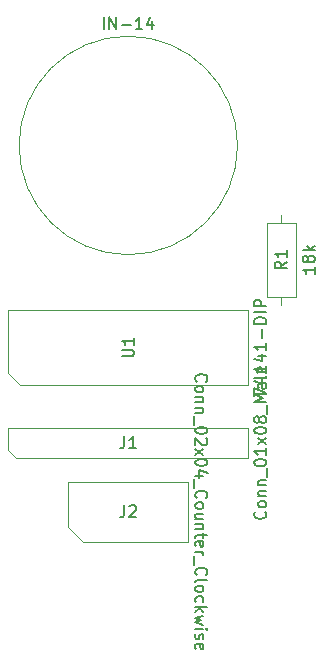
<source format=gbr>
%TF.GenerationSoftware,KiCad,Pcbnew,5.1.6-c6e7f7d~87~ubuntu20.04.1*%
%TF.CreationDate,2020-09-12T14:26:48-04:00*%
%TF.ProjectId,IN-14_Daughter,494e2d31-345f-4446-9175-67687465722e,rev?*%
%TF.SameCoordinates,Original*%
%TF.FileFunction,Other,Fab,Top*%
%FSLAX46Y46*%
G04 Gerber Fmt 4.6, Leading zero omitted, Abs format (unit mm)*
G04 Created by KiCad (PCBNEW 5.1.6-c6e7f7d~87~ubuntu20.04.1) date 2020-09-12 14:26:48*
%MOMM*%
%LPD*%
G01*
G04 APERTURE LIST*
%ADD10C,0.100000*%
%ADD11C,0.150000*%
G04 APERTURE END LIST*
D10*
%TO.C,N1*%
X164444000Y-60172600D02*
G75*
G03*
X164444000Y-60172600I-9250000J0D01*
G01*
%TO.C,U1*%
X145034000Y-79441800D02*
X145034000Y-74091800D01*
X145034000Y-74091800D02*
X165354000Y-74091800D01*
X165354000Y-74091800D02*
X165354000Y-80441800D01*
X165354000Y-80441800D02*
X146034000Y-80441800D01*
X146034000Y-80441800D02*
X145034000Y-79441800D01*
%TO.C,J1*%
X145669000Y-86614000D02*
X145034000Y-85979000D01*
X165354000Y-86614000D02*
X145669000Y-86614000D01*
X165354000Y-84074000D02*
X165354000Y-86614000D01*
X145034000Y-84074000D02*
X165354000Y-84074000D01*
X145034000Y-85979000D02*
X145034000Y-84074000D01*
%TO.C,J2*%
X151384000Y-93726000D02*
X150114000Y-92456000D01*
X160274000Y-93726000D02*
X151384000Y-93726000D01*
X160274000Y-88646000D02*
X160274000Y-93726000D01*
X150114000Y-88646000D02*
X160274000Y-88646000D01*
X150114000Y-92456000D02*
X150114000Y-88646000D01*
%TO.C,R1*%
X168148000Y-66040000D02*
X168148000Y-66700000D01*
X168148000Y-73660000D02*
X168148000Y-73000000D01*
X166898000Y-66700000D02*
X166898000Y-73000000D01*
X169398000Y-66700000D02*
X166898000Y-66700000D01*
X169398000Y-73000000D02*
X169398000Y-66700000D01*
X166898000Y-73000000D02*
X169398000Y-73000000D01*
%TD*%
%TO.C,N1*%
D11*
X153098761Y-50329980D02*
X153098761Y-49329980D01*
X153574952Y-50329980D02*
X153574952Y-49329980D01*
X154146380Y-50329980D01*
X154146380Y-49329980D01*
X154622571Y-49949028D02*
X155384476Y-49949028D01*
X156384476Y-50329980D02*
X155813047Y-50329980D01*
X156098761Y-50329980D02*
X156098761Y-49329980D01*
X156003523Y-49472838D01*
X155908285Y-49568076D01*
X155813047Y-49615695D01*
X157241619Y-49663314D02*
X157241619Y-50329980D01*
X157003523Y-49282361D02*
X156765428Y-49996647D01*
X157384476Y-49996647D01*
%TO.C,U1*%
X165866380Y-81362038D02*
X165866380Y-80695371D01*
X166866380Y-81123942D01*
X166199714Y-79885847D02*
X166866380Y-79885847D01*
X165818761Y-80123942D02*
X166533047Y-80362038D01*
X166533047Y-79742990D01*
X166866380Y-78838228D02*
X166866380Y-79409657D01*
X166866380Y-79123942D02*
X165866380Y-79123942D01*
X166009238Y-79219180D01*
X166104476Y-79314419D01*
X166152095Y-79409657D01*
X166199714Y-77981085D02*
X166866380Y-77981085D01*
X165818761Y-78219180D02*
X166533047Y-78457276D01*
X166533047Y-77838228D01*
X166866380Y-76933466D02*
X166866380Y-77504895D01*
X166866380Y-77219180D02*
X165866380Y-77219180D01*
X166009238Y-77314419D01*
X166104476Y-77409657D01*
X166152095Y-77504895D01*
X166485428Y-76504895D02*
X166485428Y-75742990D01*
X166866380Y-75266800D02*
X165866380Y-75266800D01*
X165866380Y-75028704D01*
X165914000Y-74885847D01*
X166009238Y-74790609D01*
X166104476Y-74742990D01*
X166294952Y-74695371D01*
X166437809Y-74695371D01*
X166628285Y-74742990D01*
X166723523Y-74790609D01*
X166818761Y-74885847D01*
X166866380Y-75028704D01*
X166866380Y-75266800D01*
X166866380Y-74266800D02*
X165866380Y-74266800D01*
X166866380Y-73790609D02*
X165866380Y-73790609D01*
X165866380Y-73409657D01*
X165914000Y-73314419D01*
X165961619Y-73266800D01*
X166056857Y-73219180D01*
X166199714Y-73219180D01*
X166294952Y-73266800D01*
X166342571Y-73314419D01*
X166390190Y-73409657D01*
X166390190Y-73790609D01*
X154646380Y-78028704D02*
X155455904Y-78028704D01*
X155551142Y-77981085D01*
X155598761Y-77933466D01*
X155646380Y-77838228D01*
X155646380Y-77647752D01*
X155598761Y-77552514D01*
X155551142Y-77504895D01*
X155455904Y-77457276D01*
X154646380Y-77457276D01*
X155646380Y-76457276D02*
X155646380Y-77028704D01*
X155646380Y-76742990D02*
X154646380Y-76742990D01*
X154789238Y-76838228D01*
X154884476Y-76933466D01*
X154932095Y-77028704D01*
%TO.C,J1*%
X166771142Y-91177333D02*
X166818761Y-91224952D01*
X166866380Y-91367809D01*
X166866380Y-91463047D01*
X166818761Y-91605904D01*
X166723523Y-91701142D01*
X166628285Y-91748761D01*
X166437809Y-91796380D01*
X166294952Y-91796380D01*
X166104476Y-91748761D01*
X166009238Y-91701142D01*
X165914000Y-91605904D01*
X165866380Y-91463047D01*
X165866380Y-91367809D01*
X165914000Y-91224952D01*
X165961619Y-91177333D01*
X166866380Y-90605904D02*
X166818761Y-90701142D01*
X166771142Y-90748761D01*
X166675904Y-90796380D01*
X166390190Y-90796380D01*
X166294952Y-90748761D01*
X166247333Y-90701142D01*
X166199714Y-90605904D01*
X166199714Y-90463047D01*
X166247333Y-90367809D01*
X166294952Y-90320190D01*
X166390190Y-90272571D01*
X166675904Y-90272571D01*
X166771142Y-90320190D01*
X166818761Y-90367809D01*
X166866380Y-90463047D01*
X166866380Y-90605904D01*
X166199714Y-89844000D02*
X166866380Y-89844000D01*
X166294952Y-89844000D02*
X166247333Y-89796380D01*
X166199714Y-89701142D01*
X166199714Y-89558285D01*
X166247333Y-89463047D01*
X166342571Y-89415428D01*
X166866380Y-89415428D01*
X166199714Y-88939238D02*
X166866380Y-88939238D01*
X166294952Y-88939238D02*
X166247333Y-88891619D01*
X166199714Y-88796380D01*
X166199714Y-88653523D01*
X166247333Y-88558285D01*
X166342571Y-88510666D01*
X166866380Y-88510666D01*
X166961619Y-88272571D02*
X166961619Y-87510666D01*
X165866380Y-87082095D02*
X165866380Y-86986857D01*
X165914000Y-86891619D01*
X165961619Y-86844000D01*
X166056857Y-86796380D01*
X166247333Y-86748761D01*
X166485428Y-86748761D01*
X166675904Y-86796380D01*
X166771142Y-86844000D01*
X166818761Y-86891619D01*
X166866380Y-86986857D01*
X166866380Y-87082095D01*
X166818761Y-87177333D01*
X166771142Y-87224952D01*
X166675904Y-87272571D01*
X166485428Y-87320190D01*
X166247333Y-87320190D01*
X166056857Y-87272571D01*
X165961619Y-87224952D01*
X165914000Y-87177333D01*
X165866380Y-87082095D01*
X166866380Y-85796380D02*
X166866380Y-86367809D01*
X166866380Y-86082095D02*
X165866380Y-86082095D01*
X166009238Y-86177333D01*
X166104476Y-86272571D01*
X166152095Y-86367809D01*
X166866380Y-85463047D02*
X166199714Y-84939238D01*
X166199714Y-85463047D02*
X166866380Y-84939238D01*
X165866380Y-84367809D02*
X165866380Y-84272571D01*
X165914000Y-84177333D01*
X165961619Y-84129714D01*
X166056857Y-84082095D01*
X166247333Y-84034476D01*
X166485428Y-84034476D01*
X166675904Y-84082095D01*
X166771142Y-84129714D01*
X166818761Y-84177333D01*
X166866380Y-84272571D01*
X166866380Y-84367809D01*
X166818761Y-84463047D01*
X166771142Y-84510666D01*
X166675904Y-84558285D01*
X166485428Y-84605904D01*
X166247333Y-84605904D01*
X166056857Y-84558285D01*
X165961619Y-84510666D01*
X165914000Y-84463047D01*
X165866380Y-84367809D01*
X166294952Y-83463047D02*
X166247333Y-83558285D01*
X166199714Y-83605904D01*
X166104476Y-83653523D01*
X166056857Y-83653523D01*
X165961619Y-83605904D01*
X165914000Y-83558285D01*
X165866380Y-83463047D01*
X165866380Y-83272571D01*
X165914000Y-83177333D01*
X165961619Y-83129714D01*
X166056857Y-83082095D01*
X166104476Y-83082095D01*
X166199714Y-83129714D01*
X166247333Y-83177333D01*
X166294952Y-83272571D01*
X166294952Y-83463047D01*
X166342571Y-83558285D01*
X166390190Y-83605904D01*
X166485428Y-83653523D01*
X166675904Y-83653523D01*
X166771142Y-83605904D01*
X166818761Y-83558285D01*
X166866380Y-83463047D01*
X166866380Y-83272571D01*
X166818761Y-83177333D01*
X166771142Y-83129714D01*
X166675904Y-83082095D01*
X166485428Y-83082095D01*
X166390190Y-83129714D01*
X166342571Y-83177333D01*
X166294952Y-83272571D01*
X166961619Y-82891619D02*
X166961619Y-82129714D01*
X166866380Y-81891619D02*
X165866380Y-81891619D01*
X166580666Y-81558285D01*
X165866380Y-81224952D01*
X166866380Y-81224952D01*
X166866380Y-80320190D02*
X166342571Y-80320190D01*
X166247333Y-80367809D01*
X166199714Y-80463047D01*
X166199714Y-80653523D01*
X166247333Y-80748761D01*
X166818761Y-80320190D02*
X166866380Y-80415428D01*
X166866380Y-80653523D01*
X166818761Y-80748761D01*
X166723523Y-80796380D01*
X166628285Y-80796380D01*
X166533047Y-80748761D01*
X166485428Y-80653523D01*
X166485428Y-80415428D01*
X166437809Y-80320190D01*
X166866380Y-79701142D02*
X166818761Y-79796380D01*
X166723523Y-79844000D01*
X165866380Y-79844000D01*
X166818761Y-78939238D02*
X166866380Y-79034476D01*
X166866380Y-79224952D01*
X166818761Y-79320190D01*
X166723523Y-79367809D01*
X166342571Y-79367809D01*
X166247333Y-79320190D01*
X166199714Y-79224952D01*
X166199714Y-79034476D01*
X166247333Y-78939238D01*
X166342571Y-78891619D01*
X166437809Y-78891619D01*
X166533047Y-79367809D01*
X154860666Y-84796380D02*
X154860666Y-85510666D01*
X154813047Y-85653523D01*
X154717809Y-85748761D01*
X154574952Y-85796380D01*
X154479714Y-85796380D01*
X155860666Y-85796380D02*
X155289238Y-85796380D01*
X155574952Y-85796380D02*
X155574952Y-84796380D01*
X155479714Y-84939238D01*
X155384476Y-85034476D01*
X155289238Y-85082095D01*
%TO.C,J2*%
X160976857Y-80162190D02*
X160929238Y-80114571D01*
X160881619Y-79971714D01*
X160881619Y-79876476D01*
X160929238Y-79733619D01*
X161024476Y-79638380D01*
X161119714Y-79590761D01*
X161310190Y-79543142D01*
X161453047Y-79543142D01*
X161643523Y-79590761D01*
X161738761Y-79638380D01*
X161834000Y-79733619D01*
X161881619Y-79876476D01*
X161881619Y-79971714D01*
X161834000Y-80114571D01*
X161786380Y-80162190D01*
X160881619Y-80733619D02*
X160929238Y-80638380D01*
X160976857Y-80590761D01*
X161072095Y-80543142D01*
X161357809Y-80543142D01*
X161453047Y-80590761D01*
X161500666Y-80638380D01*
X161548285Y-80733619D01*
X161548285Y-80876476D01*
X161500666Y-80971714D01*
X161453047Y-81019333D01*
X161357809Y-81066952D01*
X161072095Y-81066952D01*
X160976857Y-81019333D01*
X160929238Y-80971714D01*
X160881619Y-80876476D01*
X160881619Y-80733619D01*
X161548285Y-81495523D02*
X160881619Y-81495523D01*
X161453047Y-81495523D02*
X161500666Y-81543142D01*
X161548285Y-81638380D01*
X161548285Y-81781238D01*
X161500666Y-81876476D01*
X161405428Y-81924095D01*
X160881619Y-81924095D01*
X161548285Y-82400285D02*
X160881619Y-82400285D01*
X161453047Y-82400285D02*
X161500666Y-82447904D01*
X161548285Y-82543142D01*
X161548285Y-82686000D01*
X161500666Y-82781238D01*
X161405428Y-82828857D01*
X160881619Y-82828857D01*
X160786380Y-83066952D02*
X160786380Y-83828857D01*
X161881619Y-84257428D02*
X161881619Y-84352666D01*
X161834000Y-84447904D01*
X161786380Y-84495523D01*
X161691142Y-84543142D01*
X161500666Y-84590761D01*
X161262571Y-84590761D01*
X161072095Y-84543142D01*
X160976857Y-84495523D01*
X160929238Y-84447904D01*
X160881619Y-84352666D01*
X160881619Y-84257428D01*
X160929238Y-84162190D01*
X160976857Y-84114571D01*
X161072095Y-84066952D01*
X161262571Y-84019333D01*
X161500666Y-84019333D01*
X161691142Y-84066952D01*
X161786380Y-84114571D01*
X161834000Y-84162190D01*
X161881619Y-84257428D01*
X161786380Y-84971714D02*
X161834000Y-85019333D01*
X161881619Y-85114571D01*
X161881619Y-85352666D01*
X161834000Y-85447904D01*
X161786380Y-85495523D01*
X161691142Y-85543142D01*
X161595904Y-85543142D01*
X161453047Y-85495523D01*
X160881619Y-84924095D01*
X160881619Y-85543142D01*
X160881619Y-85876476D02*
X161548285Y-86400285D01*
X161548285Y-85876476D02*
X160881619Y-86400285D01*
X161881619Y-86971714D02*
X161881619Y-87066952D01*
X161834000Y-87162190D01*
X161786380Y-87209809D01*
X161691142Y-87257428D01*
X161500666Y-87305047D01*
X161262571Y-87305047D01*
X161072095Y-87257428D01*
X160976857Y-87209809D01*
X160929238Y-87162190D01*
X160881619Y-87066952D01*
X160881619Y-86971714D01*
X160929238Y-86876476D01*
X160976857Y-86828857D01*
X161072095Y-86781238D01*
X161262571Y-86733619D01*
X161500666Y-86733619D01*
X161691142Y-86781238D01*
X161786380Y-86828857D01*
X161834000Y-86876476D01*
X161881619Y-86971714D01*
X161548285Y-88162190D02*
X160881619Y-88162190D01*
X161929238Y-87924095D02*
X161214952Y-87686000D01*
X161214952Y-88305047D01*
X160786380Y-88447904D02*
X160786380Y-89209809D01*
X160976857Y-90019333D02*
X160929238Y-89971714D01*
X160881619Y-89828857D01*
X160881619Y-89733619D01*
X160929238Y-89590761D01*
X161024476Y-89495523D01*
X161119714Y-89447904D01*
X161310190Y-89400285D01*
X161453047Y-89400285D01*
X161643523Y-89447904D01*
X161738761Y-89495523D01*
X161834000Y-89590761D01*
X161881619Y-89733619D01*
X161881619Y-89828857D01*
X161834000Y-89971714D01*
X161786380Y-90019333D01*
X160881619Y-90590761D02*
X160929238Y-90495523D01*
X160976857Y-90447904D01*
X161072095Y-90400285D01*
X161357809Y-90400285D01*
X161453047Y-90447904D01*
X161500666Y-90495523D01*
X161548285Y-90590761D01*
X161548285Y-90733619D01*
X161500666Y-90828857D01*
X161453047Y-90876476D01*
X161357809Y-90924095D01*
X161072095Y-90924095D01*
X160976857Y-90876476D01*
X160929238Y-90828857D01*
X160881619Y-90733619D01*
X160881619Y-90590761D01*
X161548285Y-91781238D02*
X160881619Y-91781238D01*
X161548285Y-91352666D02*
X161024476Y-91352666D01*
X160929238Y-91400285D01*
X160881619Y-91495523D01*
X160881619Y-91638380D01*
X160929238Y-91733619D01*
X160976857Y-91781238D01*
X161548285Y-92257428D02*
X160881619Y-92257428D01*
X161453047Y-92257428D02*
X161500666Y-92305047D01*
X161548285Y-92400285D01*
X161548285Y-92543142D01*
X161500666Y-92638380D01*
X161405428Y-92686000D01*
X160881619Y-92686000D01*
X161548285Y-93019333D02*
X161548285Y-93400285D01*
X161881619Y-93162190D02*
X161024476Y-93162190D01*
X160929238Y-93209809D01*
X160881619Y-93305047D01*
X160881619Y-93400285D01*
X160929238Y-94114571D02*
X160881619Y-94019333D01*
X160881619Y-93828857D01*
X160929238Y-93733619D01*
X161024476Y-93686000D01*
X161405428Y-93686000D01*
X161500666Y-93733619D01*
X161548285Y-93828857D01*
X161548285Y-94019333D01*
X161500666Y-94114571D01*
X161405428Y-94162190D01*
X161310190Y-94162190D01*
X161214952Y-93686000D01*
X160881619Y-94590761D02*
X161548285Y-94590761D01*
X161357809Y-94590761D02*
X161453047Y-94638380D01*
X161500666Y-94686000D01*
X161548285Y-94781238D01*
X161548285Y-94876476D01*
X160786380Y-94971714D02*
X160786380Y-95733619D01*
X160976857Y-96543142D02*
X160929238Y-96495523D01*
X160881619Y-96352666D01*
X160881619Y-96257428D01*
X160929238Y-96114571D01*
X161024476Y-96019333D01*
X161119714Y-95971714D01*
X161310190Y-95924095D01*
X161453047Y-95924095D01*
X161643523Y-95971714D01*
X161738761Y-96019333D01*
X161834000Y-96114571D01*
X161881619Y-96257428D01*
X161881619Y-96352666D01*
X161834000Y-96495523D01*
X161786380Y-96543142D01*
X160881619Y-97114571D02*
X160929238Y-97019333D01*
X161024476Y-96971714D01*
X161881619Y-96971714D01*
X160881619Y-97638380D02*
X160929238Y-97543142D01*
X160976857Y-97495523D01*
X161072095Y-97447904D01*
X161357809Y-97447904D01*
X161453047Y-97495523D01*
X161500666Y-97543142D01*
X161548285Y-97638380D01*
X161548285Y-97781238D01*
X161500666Y-97876476D01*
X161453047Y-97924095D01*
X161357809Y-97971714D01*
X161072095Y-97971714D01*
X160976857Y-97924095D01*
X160929238Y-97876476D01*
X160881619Y-97781238D01*
X160881619Y-97638380D01*
X160929238Y-98828857D02*
X160881619Y-98733619D01*
X160881619Y-98543142D01*
X160929238Y-98447904D01*
X160976857Y-98400285D01*
X161072095Y-98352666D01*
X161357809Y-98352666D01*
X161453047Y-98400285D01*
X161500666Y-98447904D01*
X161548285Y-98543142D01*
X161548285Y-98733619D01*
X161500666Y-98828857D01*
X160881619Y-99257428D02*
X161881619Y-99257428D01*
X161262571Y-99352666D02*
X160881619Y-99638380D01*
X161548285Y-99638380D02*
X161167333Y-99257428D01*
X161548285Y-99971714D02*
X160881619Y-100162190D01*
X161357809Y-100352666D01*
X160881619Y-100543142D01*
X161548285Y-100733619D01*
X160881619Y-101114571D02*
X161548285Y-101114571D01*
X161881619Y-101114571D02*
X161834000Y-101066952D01*
X161786380Y-101114571D01*
X161834000Y-101162190D01*
X161881619Y-101114571D01*
X161786380Y-101114571D01*
X160929238Y-101543142D02*
X160881619Y-101638380D01*
X160881619Y-101828857D01*
X160929238Y-101924095D01*
X161024476Y-101971714D01*
X161072095Y-101971714D01*
X161167333Y-101924095D01*
X161214952Y-101828857D01*
X161214952Y-101686000D01*
X161262571Y-101590761D01*
X161357809Y-101543142D01*
X161405428Y-101543142D01*
X161500666Y-101590761D01*
X161548285Y-101686000D01*
X161548285Y-101828857D01*
X161500666Y-101924095D01*
X160929238Y-102781238D02*
X160881619Y-102686000D01*
X160881619Y-102495523D01*
X160929238Y-102400285D01*
X161024476Y-102352666D01*
X161405428Y-102352666D01*
X161500666Y-102400285D01*
X161548285Y-102495523D01*
X161548285Y-102686000D01*
X161500666Y-102781238D01*
X161405428Y-102828857D01*
X161310190Y-102828857D01*
X161214952Y-102352666D01*
X154860666Y-90638380D02*
X154860666Y-91352666D01*
X154813047Y-91495523D01*
X154717809Y-91590761D01*
X154574952Y-91638380D01*
X154479714Y-91638380D01*
X155289238Y-90733619D02*
X155336857Y-90686000D01*
X155432095Y-90638380D01*
X155670190Y-90638380D01*
X155765428Y-90686000D01*
X155813047Y-90733619D01*
X155860666Y-90828857D01*
X155860666Y-90924095D01*
X155813047Y-91066952D01*
X155241619Y-91638380D01*
X155860666Y-91638380D01*
%TO.C,R1*%
X170970380Y-70445238D02*
X170970380Y-71016666D01*
X170970380Y-70730952D02*
X169970380Y-70730952D01*
X170113238Y-70826190D01*
X170208476Y-70921428D01*
X170256095Y-71016666D01*
X170398952Y-69873809D02*
X170351333Y-69969047D01*
X170303714Y-70016666D01*
X170208476Y-70064285D01*
X170160857Y-70064285D01*
X170065619Y-70016666D01*
X170018000Y-69969047D01*
X169970380Y-69873809D01*
X169970380Y-69683333D01*
X170018000Y-69588095D01*
X170065619Y-69540476D01*
X170160857Y-69492857D01*
X170208476Y-69492857D01*
X170303714Y-69540476D01*
X170351333Y-69588095D01*
X170398952Y-69683333D01*
X170398952Y-69873809D01*
X170446571Y-69969047D01*
X170494190Y-70016666D01*
X170589428Y-70064285D01*
X170779904Y-70064285D01*
X170875142Y-70016666D01*
X170922761Y-69969047D01*
X170970380Y-69873809D01*
X170970380Y-69683333D01*
X170922761Y-69588095D01*
X170875142Y-69540476D01*
X170779904Y-69492857D01*
X170589428Y-69492857D01*
X170494190Y-69540476D01*
X170446571Y-69588095D01*
X170398952Y-69683333D01*
X170970380Y-69064285D02*
X169970380Y-69064285D01*
X170589428Y-68969047D02*
X170970380Y-68683333D01*
X170303714Y-68683333D02*
X170684666Y-69064285D01*
X168600380Y-70016666D02*
X168124190Y-70350000D01*
X168600380Y-70588095D02*
X167600380Y-70588095D01*
X167600380Y-70207142D01*
X167648000Y-70111904D01*
X167695619Y-70064285D01*
X167790857Y-70016666D01*
X167933714Y-70016666D01*
X168028952Y-70064285D01*
X168076571Y-70111904D01*
X168124190Y-70207142D01*
X168124190Y-70588095D01*
X168600380Y-69064285D02*
X168600380Y-69635714D01*
X168600380Y-69350000D02*
X167600380Y-69350000D01*
X167743238Y-69445238D01*
X167838476Y-69540476D01*
X167886095Y-69635714D01*
%TD*%
M02*

</source>
